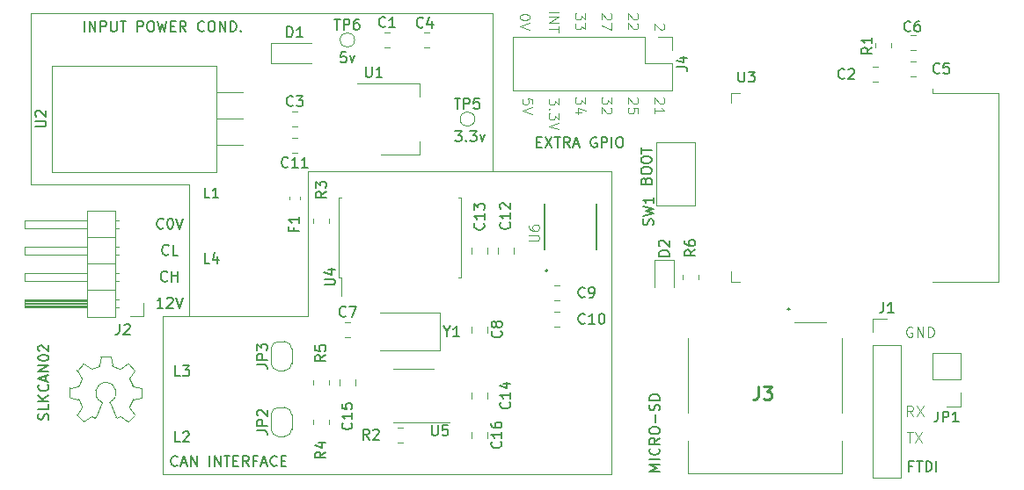
<source format=gbr>
%TF.GenerationSoftware,KiCad,Pcbnew,(5.1.9)-1*%
%TF.CreationDate,2021-06-15T18:17:50-05:00*%
%TF.ProjectId,SLKCAN,534c4b43-414e-42e6-9b69-6361645f7063,rev?*%
%TF.SameCoordinates,Original*%
%TF.FileFunction,Legend,Top*%
%TF.FilePolarity,Positive*%
%FSLAX46Y46*%
G04 Gerber Fmt 4.6, Leading zero omitted, Abs format (unit mm)*
G04 Created by KiCad (PCBNEW (5.1.9)-1) date 2021-06-15 18:17:50*
%MOMM*%
%LPD*%
G01*
G04 APERTURE LIST*
%ADD10C,0.090000*%
%ADD11C,0.100000*%
%ADD12C,0.150000*%
%ADD13C,0.120000*%
%ADD14C,0.127000*%
%ADD15C,0.200000*%
%ADD16C,0.015000*%
%ADD17C,0.254000*%
G04 APERTURE END LIST*
D10*
X107138436Y-102912329D02*
X107990561Y-102912329D01*
X108034746Y-102948804D02*
X108196042Y-103784854D01*
X108223007Y-103817904D02*
G75*
G02*
X108196042Y-103784854I17220J41575D01*
G01*
X107094251Y-102948805D02*
G75*
G02*
X107138436Y-102912329I44185J-8524D01*
G01*
X107990560Y-102912329D02*
G75*
G02*
X108034746Y-102948804I1J-45000D01*
G01*
X106526367Y-108820942D02*
X106205698Y-108688117D01*
X106585249Y-108796377D02*
G75*
G02*
X106526367Y-108820942I-41661J17010D01*
G01*
X107175617Y-107350476D02*
X106585249Y-108796378D01*
X105270123Y-104996809D02*
G75*
G02*
X105274427Y-105039245I-37270J-25216D01*
G01*
X104951307Y-107029589D02*
X104115257Y-106868293D01*
X104078782Y-106824108D02*
X104078782Y-105971983D01*
X104115258Y-106868293D02*
G75*
G02*
X104078782Y-106824108I8524J44185D01*
G01*
X105274427Y-107756846D02*
X104984357Y-107056554D01*
X106163261Y-108692419D02*
G75*
G02*
X106205698Y-108688117I25216J-37272D01*
G01*
X105458032Y-109169542D02*
G75*
G02*
X105400996Y-109164091I-25216J37271D01*
G01*
X104793001Y-108504512D02*
X105270124Y-107799282D01*
X104984357Y-105739537D02*
X105274427Y-105039245D01*
X105274428Y-107756845D02*
G75*
G02*
X105270124Y-107799282I-41575J-17221D01*
G01*
X107152771Y-107292588D02*
G75*
G02*
X107976226Y-107292588I411727J894542D01*
G01*
X106163261Y-108692420D02*
X105458032Y-109169543D01*
X104798453Y-104234543D02*
X105400996Y-103632000D01*
X104984357Y-105739537D02*
G75*
G02*
X104951307Y-105766502I-41575J17220D01*
G01*
X105400996Y-109164091D02*
X104798453Y-108561548D01*
X106205698Y-104107975D02*
X106905990Y-103817904D01*
X107152770Y-107292587D02*
G75*
G02*
X107175617Y-107350476I-18815J-40879D01*
G01*
X104078782Y-105971984D02*
G75*
G02*
X104115257Y-105927798I45000J1D01*
G01*
X106932955Y-103784854D02*
X107094250Y-102948804D01*
X106932954Y-103784853D02*
G75*
G02*
X106905990Y-103817904I-44185J8524D01*
G01*
X106205698Y-104107975D02*
G75*
G02*
X106163261Y-104103671I-17221J41575D01*
G01*
X105458032Y-103626548D02*
X106163261Y-104103671D01*
X105400995Y-103632000D02*
G75*
G02*
X105458032Y-103626548I31821J-31820D01*
G01*
X105270124Y-104996809D02*
X104793001Y-104291579D01*
X104793000Y-104291578D02*
G75*
G02*
X104798453Y-104234543I37272J25215D01*
G01*
X104115257Y-105927798D02*
X104951307Y-105766502D01*
X104798452Y-108561548D02*
G75*
G02*
X104793001Y-108504512I31820J31820D01*
G01*
X104951307Y-107029589D02*
G75*
G02*
X104984357Y-107056554I-8525J-44185D01*
G01*
X109728001Y-109164091D02*
G75*
G02*
X109670964Y-109169543I-31821J31820D01*
G01*
X109858873Y-107799283D02*
G75*
G02*
X109854569Y-107756846I37271J25217D01*
G01*
X108223006Y-103817904D02*
X108923298Y-104107975D01*
X108965735Y-104103671D02*
X109670964Y-103626548D01*
X111013739Y-106868293D02*
X110177690Y-107029589D01*
X110335995Y-108504512D02*
G75*
G02*
X110330544Y-108561548I-37271J-25216D01*
G01*
X111013739Y-105927798D02*
G75*
G02*
X111050215Y-105971983I-8524J-44185D01*
G01*
X110335995Y-104291579D02*
X109858872Y-104996809D01*
X107953380Y-107350477D02*
G75*
G02*
X107976226Y-107292588I41661J17011D01*
G01*
X108602630Y-108820941D02*
G75*
G02*
X108543748Y-108796378I-17221J41574D01*
G01*
X108923298Y-108688117D02*
X108602629Y-108820942D01*
X109854569Y-105039245D02*
X110144640Y-105739537D01*
X110177689Y-105766501D02*
G75*
G02*
X110144640Y-105739537I8525J44184D01*
G01*
X109670964Y-109169543D02*
X108965735Y-108692420D01*
X110144640Y-107056554D02*
X109854569Y-107756846D01*
X108923298Y-108688116D02*
G75*
G02*
X108965735Y-108692420I17221J-41575D01*
G01*
X110330544Y-108561548D02*
X109728000Y-109164091D01*
X110144640Y-107056553D02*
G75*
G02*
X110177690Y-107029589I41574J-17221D01*
G01*
X110330544Y-104234543D02*
G75*
G02*
X110335995Y-104291579I-31820J-31820D01*
G01*
X109670964Y-103626549D02*
G75*
G02*
X109728000Y-103632000I25216J-37271D01*
G01*
X108965735Y-104103671D02*
G75*
G02*
X108923298Y-104107975I-25216J37271D01*
G01*
X109858872Y-107799282D02*
X110335995Y-108504512D01*
X111050215Y-105971983D02*
X111050215Y-106824108D01*
X110177690Y-105766502D02*
X111013739Y-105927798D01*
X111050215Y-106824108D02*
G75*
G02*
X111013739Y-106868293I-45000J0D01*
G01*
X109854569Y-105039246D02*
G75*
G02*
X109858872Y-104996809I41575J17221D01*
G01*
X108543748Y-108796378D02*
X107953380Y-107350476D01*
X109728000Y-103632000D02*
X110330544Y-104234543D01*
D11*
X184658095Y-110196380D02*
X185229523Y-110196380D01*
X184943809Y-111196380D02*
X184943809Y-110196380D01*
X185467619Y-110196380D02*
X186134285Y-111196380D01*
X186134285Y-110196380D02*
X185467619Y-111196380D01*
X185253333Y-108656380D02*
X184920000Y-108180190D01*
X184681904Y-108656380D02*
X184681904Y-107656380D01*
X185062857Y-107656380D01*
X185158095Y-107704000D01*
X185205714Y-107751619D01*
X185253333Y-107846857D01*
X185253333Y-107989714D01*
X185205714Y-108084952D01*
X185158095Y-108132571D01*
X185062857Y-108180190D01*
X184681904Y-108180190D01*
X185586666Y-107656380D02*
X186253333Y-108656380D01*
X186253333Y-107656380D02*
X185586666Y-108656380D01*
X185166095Y-100084000D02*
X185070857Y-100036380D01*
X184928000Y-100036380D01*
X184785142Y-100084000D01*
X184689904Y-100179238D01*
X184642285Y-100274476D01*
X184594666Y-100464952D01*
X184594666Y-100607809D01*
X184642285Y-100798285D01*
X184689904Y-100893523D01*
X184785142Y-100988761D01*
X184928000Y-101036380D01*
X185023238Y-101036380D01*
X185166095Y-100988761D01*
X185213714Y-100941142D01*
X185213714Y-100607809D01*
X185023238Y-100607809D01*
X185642285Y-101036380D02*
X185642285Y-100036380D01*
X186213714Y-101036380D01*
X186213714Y-100036380D01*
X186689904Y-101036380D02*
X186689904Y-100036380D01*
X186928000Y-100036380D01*
X187070857Y-100084000D01*
X187166095Y-100179238D01*
X187213714Y-100274476D01*
X187261333Y-100464952D01*
X187261333Y-100607809D01*
X187213714Y-100798285D01*
X187166095Y-100893523D01*
X187070857Y-100988761D01*
X186928000Y-101036380D01*
X186689904Y-101036380D01*
X153709619Y-77930476D02*
X153709619Y-78549523D01*
X153328666Y-78216190D01*
X153328666Y-78359047D01*
X153281047Y-78454285D01*
X153233428Y-78501904D01*
X153138190Y-78549523D01*
X152900095Y-78549523D01*
X152804857Y-78501904D01*
X152757238Y-78454285D01*
X152709619Y-78359047D01*
X152709619Y-78073333D01*
X152757238Y-77978095D01*
X152804857Y-77930476D01*
X153376285Y-79406666D02*
X152709619Y-79406666D01*
X153757238Y-79168571D02*
X153042952Y-78930476D01*
X153042952Y-79549523D01*
X153709619Y-69802476D02*
X153709619Y-70421523D01*
X153328666Y-70088190D01*
X153328666Y-70231047D01*
X153281047Y-70326285D01*
X153233428Y-70373904D01*
X153138190Y-70421523D01*
X152900095Y-70421523D01*
X152804857Y-70373904D01*
X152757238Y-70326285D01*
X152709619Y-70231047D01*
X152709619Y-69945333D01*
X152757238Y-69850095D01*
X152804857Y-69802476D01*
X153709619Y-70754857D02*
X153709619Y-71373904D01*
X153328666Y-71040571D01*
X153328666Y-71183428D01*
X153281047Y-71278666D01*
X153233428Y-71326285D01*
X153138190Y-71373904D01*
X152900095Y-71373904D01*
X152804857Y-71326285D01*
X152757238Y-71278666D01*
X152709619Y-71183428D01*
X152709619Y-70897714D01*
X152757238Y-70802476D01*
X152804857Y-70754857D01*
X156154380Y-69850095D02*
X156202000Y-69897714D01*
X156249619Y-69992952D01*
X156249619Y-70231047D01*
X156202000Y-70326285D01*
X156154380Y-70373904D01*
X156059142Y-70421523D01*
X155963904Y-70421523D01*
X155821047Y-70373904D01*
X155249619Y-69802476D01*
X155249619Y-70421523D01*
X156249619Y-70754857D02*
X156249619Y-71421523D01*
X155249619Y-70992952D01*
X161234380Y-70834285D02*
X161282000Y-70881904D01*
X161329619Y-70977142D01*
X161329619Y-71215238D01*
X161282000Y-71310476D01*
X161234380Y-71358095D01*
X161139142Y-71405714D01*
X161043904Y-71405714D01*
X160901047Y-71358095D01*
X160329619Y-70786666D01*
X160329619Y-71405714D01*
X158694380Y-69850095D02*
X158742000Y-69897714D01*
X158789619Y-69992952D01*
X158789619Y-70231047D01*
X158742000Y-70326285D01*
X158694380Y-70373904D01*
X158599142Y-70421523D01*
X158503904Y-70421523D01*
X158361047Y-70373904D01*
X157789619Y-69802476D01*
X157789619Y-70421523D01*
X158694380Y-70802476D02*
X158742000Y-70850095D01*
X158789619Y-70945333D01*
X158789619Y-71183428D01*
X158742000Y-71278666D01*
X158694380Y-71326285D01*
X158599142Y-71373904D01*
X158503904Y-71373904D01*
X158361047Y-71326285D01*
X157789619Y-70754857D01*
X157789619Y-71373904D01*
X158694380Y-77978095D02*
X158742000Y-78025714D01*
X158789619Y-78120952D01*
X158789619Y-78359047D01*
X158742000Y-78454285D01*
X158694380Y-78501904D01*
X158599142Y-78549523D01*
X158503904Y-78549523D01*
X158361047Y-78501904D01*
X157789619Y-77930476D01*
X157789619Y-78549523D01*
X158789619Y-79454285D02*
X158789619Y-78978095D01*
X158313428Y-78930476D01*
X158361047Y-78978095D01*
X158408666Y-79073333D01*
X158408666Y-79311428D01*
X158361047Y-79406666D01*
X158313428Y-79454285D01*
X158218190Y-79501904D01*
X157980095Y-79501904D01*
X157884857Y-79454285D01*
X157837238Y-79406666D01*
X157789619Y-79311428D01*
X157789619Y-79073333D01*
X157837238Y-78978095D01*
X157884857Y-78930476D01*
X156249619Y-77930476D02*
X156249619Y-78549523D01*
X155868666Y-78216190D01*
X155868666Y-78359047D01*
X155821047Y-78454285D01*
X155773428Y-78501904D01*
X155678190Y-78549523D01*
X155440095Y-78549523D01*
X155344857Y-78501904D01*
X155297238Y-78454285D01*
X155249619Y-78359047D01*
X155249619Y-78073333D01*
X155297238Y-77978095D01*
X155344857Y-77930476D01*
X156154380Y-78930476D02*
X156202000Y-78978095D01*
X156249619Y-79073333D01*
X156249619Y-79311428D01*
X156202000Y-79406666D01*
X156154380Y-79454285D01*
X156059142Y-79501904D01*
X155963904Y-79501904D01*
X155821047Y-79454285D01*
X155249619Y-78882857D01*
X155249619Y-79501904D01*
X161234380Y-77978095D02*
X161282000Y-78025714D01*
X161329619Y-78120952D01*
X161329619Y-78359047D01*
X161282000Y-78454285D01*
X161234380Y-78501904D01*
X161139142Y-78549523D01*
X161043904Y-78549523D01*
X160901047Y-78501904D01*
X160329619Y-77930476D01*
X160329619Y-78549523D01*
X160329619Y-79501904D02*
X160329619Y-78930476D01*
X160329619Y-79216190D02*
X161329619Y-79216190D01*
X161186761Y-79120952D01*
X161091523Y-79025714D01*
X161043904Y-78930476D01*
X150169619Y-69707238D02*
X151169619Y-69707238D01*
X150169619Y-70183428D02*
X151169619Y-70183428D01*
X150169619Y-70754857D01*
X151169619Y-70754857D01*
X151169619Y-71088190D02*
X151169619Y-71659619D01*
X150169619Y-71373904D02*
X151169619Y-71373904D01*
X148375619Y-70135809D02*
X148375619Y-70231047D01*
X148328000Y-70326285D01*
X148280380Y-70373904D01*
X148185142Y-70421523D01*
X147994666Y-70469142D01*
X147756571Y-70469142D01*
X147566095Y-70421523D01*
X147470857Y-70373904D01*
X147423238Y-70326285D01*
X147375619Y-70231047D01*
X147375619Y-70135809D01*
X147423238Y-70040571D01*
X147470857Y-69992952D01*
X147566095Y-69945333D01*
X147756571Y-69897714D01*
X147994666Y-69897714D01*
X148185142Y-69945333D01*
X148280380Y-69992952D01*
X148328000Y-70040571D01*
X148375619Y-70135809D01*
X148375619Y-70754857D02*
X147375619Y-71088190D01*
X148375619Y-71421523D01*
X151169619Y-78025809D02*
X151169619Y-78644857D01*
X150788666Y-78311523D01*
X150788666Y-78454380D01*
X150741047Y-78549619D01*
X150693428Y-78597238D01*
X150598190Y-78644857D01*
X150360095Y-78644857D01*
X150264857Y-78597238D01*
X150217238Y-78549619D01*
X150169619Y-78454380D01*
X150169619Y-78168666D01*
X150217238Y-78073428D01*
X150264857Y-78025809D01*
X150264857Y-79073428D02*
X150217238Y-79121047D01*
X150169619Y-79073428D01*
X150217238Y-79025809D01*
X150264857Y-79073428D01*
X150169619Y-79073428D01*
X151169619Y-79454380D02*
X151169619Y-80073428D01*
X150788666Y-79740095D01*
X150788666Y-79882952D01*
X150741047Y-79978190D01*
X150693428Y-80025809D01*
X150598190Y-80073428D01*
X150360095Y-80073428D01*
X150264857Y-80025809D01*
X150217238Y-79978190D01*
X150169619Y-79882952D01*
X150169619Y-79597238D01*
X150217238Y-79502000D01*
X150264857Y-79454380D01*
X151169619Y-80359142D02*
X150169619Y-80692476D01*
X151169619Y-81025809D01*
X148629619Y-78549523D02*
X148629619Y-78073333D01*
X148153428Y-78025714D01*
X148201047Y-78073333D01*
X148248666Y-78168571D01*
X148248666Y-78406666D01*
X148201047Y-78501904D01*
X148153428Y-78549523D01*
X148058190Y-78597142D01*
X147820095Y-78597142D01*
X147724857Y-78549523D01*
X147677238Y-78501904D01*
X147629619Y-78406666D01*
X147629619Y-78168571D01*
X147677238Y-78073333D01*
X147724857Y-78025714D01*
X148629619Y-78882857D02*
X147629619Y-79216190D01*
X148629619Y-79549523D01*
D12*
X102004761Y-109005238D02*
X102052380Y-108862380D01*
X102052380Y-108624285D01*
X102004761Y-108529047D01*
X101957142Y-108481428D01*
X101861904Y-108433809D01*
X101766666Y-108433809D01*
X101671428Y-108481428D01*
X101623809Y-108529047D01*
X101576190Y-108624285D01*
X101528571Y-108814761D01*
X101480952Y-108910000D01*
X101433333Y-108957619D01*
X101338095Y-109005238D01*
X101242857Y-109005238D01*
X101147619Y-108957619D01*
X101100000Y-108910000D01*
X101052380Y-108814761D01*
X101052380Y-108576666D01*
X101100000Y-108433809D01*
X102052380Y-107529047D02*
X102052380Y-108005238D01*
X101052380Y-108005238D01*
X102052380Y-107195714D02*
X101052380Y-107195714D01*
X102052380Y-106624285D02*
X101480952Y-107052857D01*
X101052380Y-106624285D02*
X101623809Y-107195714D01*
X101957142Y-105624285D02*
X102004761Y-105671904D01*
X102052380Y-105814761D01*
X102052380Y-105910000D01*
X102004761Y-106052857D01*
X101909523Y-106148095D01*
X101814285Y-106195714D01*
X101623809Y-106243333D01*
X101480952Y-106243333D01*
X101290476Y-106195714D01*
X101195238Y-106148095D01*
X101100000Y-106052857D01*
X101052380Y-105910000D01*
X101052380Y-105814761D01*
X101100000Y-105671904D01*
X101147619Y-105624285D01*
X101766666Y-105243333D02*
X101766666Y-104767142D01*
X102052380Y-105338571D02*
X101052380Y-105005238D01*
X102052380Y-104671904D01*
X102052380Y-104338571D02*
X101052380Y-104338571D01*
X102052380Y-103767142D01*
X101052380Y-103767142D01*
X101052380Y-103100476D02*
X101052380Y-103005238D01*
X101100000Y-102910000D01*
X101147619Y-102862380D01*
X101242857Y-102814761D01*
X101433333Y-102767142D01*
X101671428Y-102767142D01*
X101861904Y-102814761D01*
X101957142Y-102862380D01*
X102004761Y-102910000D01*
X102052380Y-103005238D01*
X102052380Y-103100476D01*
X102004761Y-103195714D01*
X101957142Y-103243333D01*
X101861904Y-103290952D01*
X101671428Y-103338571D01*
X101433333Y-103338571D01*
X101242857Y-103290952D01*
X101147619Y-103243333D01*
X101100000Y-103195714D01*
X101052380Y-103100476D01*
X101147619Y-102386190D02*
X101100000Y-102338571D01*
X101052380Y-102243333D01*
X101052380Y-102005238D01*
X101100000Y-101910000D01*
X101147619Y-101862380D01*
X101242857Y-101814761D01*
X101338095Y-101814761D01*
X101480952Y-101862380D01*
X102052380Y-102433809D01*
X102052380Y-101814761D01*
X105506190Y-71572380D02*
X105506190Y-70572380D01*
X105982380Y-71572380D02*
X105982380Y-70572380D01*
X106553809Y-71572380D01*
X106553809Y-70572380D01*
X107030000Y-71572380D02*
X107030000Y-70572380D01*
X107410952Y-70572380D01*
X107506190Y-70620000D01*
X107553809Y-70667619D01*
X107601428Y-70762857D01*
X107601428Y-70905714D01*
X107553809Y-71000952D01*
X107506190Y-71048571D01*
X107410952Y-71096190D01*
X107030000Y-71096190D01*
X108030000Y-70572380D02*
X108030000Y-71381904D01*
X108077619Y-71477142D01*
X108125238Y-71524761D01*
X108220476Y-71572380D01*
X108410952Y-71572380D01*
X108506190Y-71524761D01*
X108553809Y-71477142D01*
X108601428Y-71381904D01*
X108601428Y-70572380D01*
X108934761Y-70572380D02*
X109506190Y-70572380D01*
X109220476Y-71572380D02*
X109220476Y-70572380D01*
X110601428Y-71572380D02*
X110601428Y-70572380D01*
X110982380Y-70572380D01*
X111077619Y-70620000D01*
X111125238Y-70667619D01*
X111172857Y-70762857D01*
X111172857Y-70905714D01*
X111125238Y-71000952D01*
X111077619Y-71048571D01*
X110982380Y-71096190D01*
X110601428Y-71096190D01*
X111791904Y-70572380D02*
X111982380Y-70572380D01*
X112077619Y-70620000D01*
X112172857Y-70715238D01*
X112220476Y-70905714D01*
X112220476Y-71239047D01*
X112172857Y-71429523D01*
X112077619Y-71524761D01*
X111982380Y-71572380D01*
X111791904Y-71572380D01*
X111696666Y-71524761D01*
X111601428Y-71429523D01*
X111553809Y-71239047D01*
X111553809Y-70905714D01*
X111601428Y-70715238D01*
X111696666Y-70620000D01*
X111791904Y-70572380D01*
X112553809Y-70572380D02*
X112791904Y-71572380D01*
X112982380Y-70858095D01*
X113172857Y-71572380D01*
X113410952Y-70572380D01*
X113791904Y-71048571D02*
X114125238Y-71048571D01*
X114268095Y-71572380D02*
X113791904Y-71572380D01*
X113791904Y-70572380D01*
X114268095Y-70572380D01*
X115268095Y-71572380D02*
X114934761Y-71096190D01*
X114696666Y-71572380D02*
X114696666Y-70572380D01*
X115077619Y-70572380D01*
X115172857Y-70620000D01*
X115220476Y-70667619D01*
X115268095Y-70762857D01*
X115268095Y-70905714D01*
X115220476Y-71000952D01*
X115172857Y-71048571D01*
X115077619Y-71096190D01*
X114696666Y-71096190D01*
X117030000Y-71477142D02*
X116982380Y-71524761D01*
X116839523Y-71572380D01*
X116744285Y-71572380D01*
X116601428Y-71524761D01*
X116506190Y-71429523D01*
X116458571Y-71334285D01*
X116410952Y-71143809D01*
X116410952Y-71000952D01*
X116458571Y-70810476D01*
X116506190Y-70715238D01*
X116601428Y-70620000D01*
X116744285Y-70572380D01*
X116839523Y-70572380D01*
X116982380Y-70620000D01*
X117030000Y-70667619D01*
X117649047Y-70572380D02*
X117839523Y-70572380D01*
X117934761Y-70620000D01*
X118030000Y-70715238D01*
X118077619Y-70905714D01*
X118077619Y-71239047D01*
X118030000Y-71429523D01*
X117934761Y-71524761D01*
X117839523Y-71572380D01*
X117649047Y-71572380D01*
X117553809Y-71524761D01*
X117458571Y-71429523D01*
X117410952Y-71239047D01*
X117410952Y-70905714D01*
X117458571Y-70715238D01*
X117553809Y-70620000D01*
X117649047Y-70572380D01*
X118506190Y-71572380D02*
X118506190Y-70572380D01*
X119077619Y-71572380D01*
X119077619Y-70572380D01*
X119553809Y-71572380D02*
X119553809Y-70572380D01*
X119791904Y-70572380D01*
X119934761Y-70620000D01*
X120030000Y-70715238D01*
X120077619Y-70810476D01*
X120125238Y-71000952D01*
X120125238Y-71143809D01*
X120077619Y-71334285D01*
X120030000Y-71429523D01*
X119934761Y-71524761D01*
X119791904Y-71572380D01*
X119553809Y-71572380D01*
X120553809Y-71477142D02*
X120601428Y-71524761D01*
X120553809Y-71572380D01*
X120506190Y-71524761D01*
X120553809Y-71477142D01*
X120553809Y-71572380D01*
D13*
X115570000Y-88900000D02*
X115570000Y-99060000D01*
X115570000Y-86360000D02*
X115570000Y-88900000D01*
X113030000Y-86360000D02*
X115570000Y-86360000D01*
X100330000Y-86360000D02*
X113030000Y-86360000D01*
X144780000Y-69850000D02*
X144780000Y-85090000D01*
X100330000Y-69850000D02*
X144780000Y-69850000D01*
X100330000Y-86360000D02*
X100330000Y-69850000D01*
D12*
X160868749Y-113965376D02*
X159868749Y-113965376D01*
X160583035Y-113632042D01*
X159868749Y-113298709D01*
X160868749Y-113298709D01*
X160868749Y-112822519D02*
X159868749Y-112822519D01*
X160773511Y-111774900D02*
X160821130Y-111822519D01*
X160868749Y-111965376D01*
X160868749Y-112060614D01*
X160821130Y-112203471D01*
X160725892Y-112298709D01*
X160630654Y-112346328D01*
X160440178Y-112393947D01*
X160297321Y-112393947D01*
X160106845Y-112346328D01*
X160011607Y-112298709D01*
X159916369Y-112203471D01*
X159868749Y-112060614D01*
X159868749Y-111965376D01*
X159916369Y-111822519D01*
X159963988Y-111774900D01*
X160868749Y-110774900D02*
X160392559Y-111108233D01*
X160868749Y-111346328D02*
X159868749Y-111346328D01*
X159868749Y-110965376D01*
X159916369Y-110870138D01*
X159963988Y-110822519D01*
X160059226Y-110774900D01*
X160202083Y-110774900D01*
X160297321Y-110822519D01*
X160344940Y-110870138D01*
X160392559Y-110965376D01*
X160392559Y-111346328D01*
X159868749Y-110155852D02*
X159868749Y-109965376D01*
X159916369Y-109870138D01*
X160011607Y-109774900D01*
X160202083Y-109727280D01*
X160535416Y-109727280D01*
X160725892Y-109774900D01*
X160821130Y-109870138D01*
X160868749Y-109965376D01*
X160868749Y-110155852D01*
X160821130Y-110251090D01*
X160725892Y-110346328D01*
X160535416Y-110393947D01*
X160202083Y-110393947D01*
X160011607Y-110346328D01*
X159916369Y-110251090D01*
X159868749Y-110155852D01*
X160487797Y-109298709D02*
X160487797Y-108536804D01*
X160821130Y-108108233D02*
X160868749Y-107965376D01*
X160868749Y-107727280D01*
X160821130Y-107632042D01*
X160773511Y-107584423D01*
X160678273Y-107536804D01*
X160583035Y-107536804D01*
X160487797Y-107584423D01*
X160440178Y-107632042D01*
X160392559Y-107727280D01*
X160344940Y-107917757D01*
X160297321Y-108012995D01*
X160249702Y-108060614D01*
X160154464Y-108108233D01*
X160059226Y-108108233D01*
X159963988Y-108060614D01*
X159916369Y-108012995D01*
X159868749Y-107917757D01*
X159868749Y-107679661D01*
X159916369Y-107536804D01*
X160868749Y-107108233D02*
X159868749Y-107108233D01*
X159868749Y-106870138D01*
X159916369Y-106727280D01*
X160011607Y-106632042D01*
X160106845Y-106584423D01*
X160297321Y-106536804D01*
X160440178Y-106536804D01*
X160630654Y-106584423D01*
X160725892Y-106632042D01*
X160821130Y-106727280D01*
X160868749Y-106870138D01*
X160868749Y-107108233D01*
X114451428Y-113387142D02*
X114403809Y-113434761D01*
X114260952Y-113482380D01*
X114165714Y-113482380D01*
X114022857Y-113434761D01*
X113927619Y-113339523D01*
X113880000Y-113244285D01*
X113832380Y-113053809D01*
X113832380Y-112910952D01*
X113880000Y-112720476D01*
X113927619Y-112625238D01*
X114022857Y-112530000D01*
X114165714Y-112482380D01*
X114260952Y-112482380D01*
X114403809Y-112530000D01*
X114451428Y-112577619D01*
X114832380Y-113196666D02*
X115308571Y-113196666D01*
X114737142Y-113482380D02*
X115070476Y-112482380D01*
X115403809Y-113482380D01*
X115737142Y-113482380D02*
X115737142Y-112482380D01*
X116308571Y-113482380D01*
X116308571Y-112482380D01*
X117546666Y-113482380D02*
X117546666Y-112482380D01*
X118022857Y-113482380D02*
X118022857Y-112482380D01*
X118594285Y-113482380D01*
X118594285Y-112482380D01*
X118927619Y-112482380D02*
X119499047Y-112482380D01*
X119213333Y-113482380D02*
X119213333Y-112482380D01*
X119832380Y-112958571D02*
X120165714Y-112958571D01*
X120308571Y-113482380D02*
X119832380Y-113482380D01*
X119832380Y-112482380D01*
X120308571Y-112482380D01*
X121308571Y-113482380D02*
X120975238Y-113006190D01*
X120737142Y-113482380D02*
X120737142Y-112482380D01*
X121118095Y-112482380D01*
X121213333Y-112530000D01*
X121260952Y-112577619D01*
X121308571Y-112672857D01*
X121308571Y-112815714D01*
X121260952Y-112910952D01*
X121213333Y-112958571D01*
X121118095Y-113006190D01*
X120737142Y-113006190D01*
X122070476Y-112958571D02*
X121737142Y-112958571D01*
X121737142Y-113482380D02*
X121737142Y-112482380D01*
X122213333Y-112482380D01*
X122546666Y-113196666D02*
X123022857Y-113196666D01*
X122451428Y-113482380D02*
X122784761Y-112482380D01*
X123118095Y-113482380D01*
X124022857Y-113387142D02*
X123975238Y-113434761D01*
X123832380Y-113482380D01*
X123737142Y-113482380D01*
X123594285Y-113434761D01*
X123499047Y-113339523D01*
X123451428Y-113244285D01*
X123403809Y-113053809D01*
X123403809Y-112910952D01*
X123451428Y-112720476D01*
X123499047Y-112625238D01*
X123594285Y-112530000D01*
X123737142Y-112482380D01*
X123832380Y-112482380D01*
X123975238Y-112530000D01*
X124022857Y-112577619D01*
X124451428Y-112958571D02*
X124784761Y-112958571D01*
X124927619Y-113482380D02*
X124451428Y-113482380D01*
X124451428Y-112482380D01*
X124927619Y-112482380D01*
D13*
X156210000Y-114300000D02*
X113030000Y-114300000D01*
X156210000Y-85090000D02*
X156210000Y-114300000D01*
X127000000Y-85090000D02*
X156210000Y-85090000D01*
X127000000Y-99060000D02*
X127000000Y-85090000D01*
X113030000Y-99060000D02*
X127000000Y-99060000D01*
X113030000Y-114300000D02*
X113030000Y-99060000D01*
D12*
X159553420Y-85947776D02*
X159601039Y-85804919D01*
X159648658Y-85757300D01*
X159743896Y-85709681D01*
X159886753Y-85709681D01*
X159981991Y-85757300D01*
X160029610Y-85804919D01*
X160077229Y-85900157D01*
X160077229Y-86281110D01*
X159077229Y-86281110D01*
X159077229Y-85947776D01*
X159124849Y-85852538D01*
X159172468Y-85804919D01*
X159267706Y-85757300D01*
X159362944Y-85757300D01*
X159458182Y-85804919D01*
X159505801Y-85852538D01*
X159553420Y-85947776D01*
X159553420Y-86281110D01*
X159077229Y-85090634D02*
X159077229Y-84900157D01*
X159124849Y-84804919D01*
X159220087Y-84709681D01*
X159410563Y-84662062D01*
X159743896Y-84662062D01*
X159934372Y-84709681D01*
X160029610Y-84804919D01*
X160077229Y-84900157D01*
X160077229Y-85090634D01*
X160029610Y-85185872D01*
X159934372Y-85281110D01*
X159743896Y-85328729D01*
X159410563Y-85328729D01*
X159220087Y-85281110D01*
X159124849Y-85185872D01*
X159077229Y-85090634D01*
X159077229Y-84043014D02*
X159077229Y-83852538D01*
X159124849Y-83757300D01*
X159220087Y-83662062D01*
X159410563Y-83614443D01*
X159743896Y-83614443D01*
X159934372Y-83662062D01*
X160029610Y-83757300D01*
X160077229Y-83852538D01*
X160077229Y-84043014D01*
X160029610Y-84138253D01*
X159934372Y-84233491D01*
X159743896Y-84281110D01*
X159410563Y-84281110D01*
X159220087Y-84233491D01*
X159124849Y-84138253D01*
X159077229Y-84043014D01*
X159077229Y-83328729D02*
X159077229Y-82757300D01*
X160077229Y-83043014D02*
X159077229Y-83043014D01*
X149019142Y-82224571D02*
X149352476Y-82224571D01*
X149495333Y-82748380D02*
X149019142Y-82748380D01*
X149019142Y-81748380D01*
X149495333Y-81748380D01*
X149828666Y-81748380D02*
X150495333Y-82748380D01*
X150495333Y-81748380D02*
X149828666Y-82748380D01*
X150733428Y-81748380D02*
X151304857Y-81748380D01*
X151019142Y-82748380D02*
X151019142Y-81748380D01*
X152209619Y-82748380D02*
X151876285Y-82272190D01*
X151638190Y-82748380D02*
X151638190Y-81748380D01*
X152019142Y-81748380D01*
X152114380Y-81796000D01*
X152162000Y-81843619D01*
X152209619Y-81938857D01*
X152209619Y-82081714D01*
X152162000Y-82176952D01*
X152114380Y-82224571D01*
X152019142Y-82272190D01*
X151638190Y-82272190D01*
X152590571Y-82462666D02*
X153066761Y-82462666D01*
X152495333Y-82748380D02*
X152828666Y-81748380D01*
X153162000Y-82748380D01*
X154781047Y-81796000D02*
X154685809Y-81748380D01*
X154542952Y-81748380D01*
X154400095Y-81796000D01*
X154304857Y-81891238D01*
X154257238Y-81986476D01*
X154209619Y-82176952D01*
X154209619Y-82319809D01*
X154257238Y-82510285D01*
X154304857Y-82605523D01*
X154400095Y-82700761D01*
X154542952Y-82748380D01*
X154638190Y-82748380D01*
X154781047Y-82700761D01*
X154828666Y-82653142D01*
X154828666Y-82319809D01*
X154638190Y-82319809D01*
X155257238Y-82748380D02*
X155257238Y-81748380D01*
X155638190Y-81748380D01*
X155733428Y-81796000D01*
X155781047Y-81843619D01*
X155828666Y-81938857D01*
X155828666Y-82081714D01*
X155781047Y-82176952D01*
X155733428Y-82224571D01*
X155638190Y-82272190D01*
X155257238Y-82272190D01*
X156257238Y-82748380D02*
X156257238Y-81748380D01*
X156923904Y-81748380D02*
X157114380Y-81748380D01*
X157209619Y-81796000D01*
X157304857Y-81891238D01*
X157352476Y-82081714D01*
X157352476Y-82415047D01*
X157304857Y-82605523D01*
X157209619Y-82700761D01*
X157114380Y-82748380D01*
X156923904Y-82748380D01*
X156828666Y-82700761D01*
X156733428Y-82605523D01*
X156685809Y-82415047D01*
X156685809Y-82081714D01*
X156733428Y-81891238D01*
X156828666Y-81796000D01*
X156923904Y-81748380D01*
X141182402Y-81173435D02*
X141801450Y-81173435D01*
X141468116Y-81554388D01*
X141610974Y-81554388D01*
X141706212Y-81602007D01*
X141753831Y-81649626D01*
X141801450Y-81744864D01*
X141801450Y-81982959D01*
X141753831Y-82078197D01*
X141706212Y-82125816D01*
X141610974Y-82173435D01*
X141325259Y-82173435D01*
X141230021Y-82125816D01*
X141182402Y-82078197D01*
X142230021Y-82078197D02*
X142277640Y-82125816D01*
X142230021Y-82173435D01*
X142182402Y-82125816D01*
X142230021Y-82078197D01*
X142230021Y-82173435D01*
X142610974Y-81173435D02*
X143230021Y-81173435D01*
X142896688Y-81554388D01*
X143039545Y-81554388D01*
X143134783Y-81602007D01*
X143182402Y-81649626D01*
X143230021Y-81744864D01*
X143230021Y-81982959D01*
X143182402Y-82078197D01*
X143134783Y-82125816D01*
X143039545Y-82173435D01*
X142753831Y-82173435D01*
X142658593Y-82125816D01*
X142610974Y-82078197D01*
X143563354Y-81506769D02*
X143801450Y-82173435D01*
X144039545Y-81506769D01*
X130663605Y-73575687D02*
X130187415Y-73575687D01*
X130139796Y-74051878D01*
X130187415Y-74004259D01*
X130282653Y-73956640D01*
X130520748Y-73956640D01*
X130615986Y-74004259D01*
X130663605Y-74051878D01*
X130711224Y-74147116D01*
X130711224Y-74385211D01*
X130663605Y-74480449D01*
X130615986Y-74528068D01*
X130520748Y-74575687D01*
X130282653Y-74575687D01*
X130187415Y-74528068D01*
X130139796Y-74480449D01*
X131044558Y-73909021D02*
X131282653Y-74575687D01*
X131520748Y-73909021D01*
X113098544Y-90509395D02*
X113050925Y-90557014D01*
X112908068Y-90604633D01*
X112812830Y-90604633D01*
X112669973Y-90557014D01*
X112574735Y-90461776D01*
X112527116Y-90366538D01*
X112479497Y-90176062D01*
X112479497Y-90033205D01*
X112527116Y-89842729D01*
X112574735Y-89747491D01*
X112669973Y-89652253D01*
X112812830Y-89604633D01*
X112908068Y-89604633D01*
X113050925Y-89652253D01*
X113098544Y-89699872D01*
X113717592Y-89604633D02*
X113812830Y-89604633D01*
X113908068Y-89652253D01*
X113955687Y-89699872D01*
X114003306Y-89795110D01*
X114050925Y-89985586D01*
X114050925Y-90223681D01*
X114003306Y-90414157D01*
X113955687Y-90509395D01*
X113908068Y-90557014D01*
X113812830Y-90604633D01*
X113717592Y-90604633D01*
X113622354Y-90557014D01*
X113574735Y-90509395D01*
X113527116Y-90414157D01*
X113479497Y-90223681D01*
X113479497Y-89985586D01*
X113527116Y-89795110D01*
X113574735Y-89699872D01*
X113622354Y-89652253D01*
X113717592Y-89604633D01*
X114336640Y-89604633D02*
X114669973Y-90604633D01*
X115003306Y-89604633D01*
X113598544Y-93049395D02*
X113550925Y-93097014D01*
X113408068Y-93144633D01*
X113312830Y-93144633D01*
X113169973Y-93097014D01*
X113074735Y-93001776D01*
X113027116Y-92906538D01*
X112979497Y-92716062D01*
X112979497Y-92573205D01*
X113027116Y-92382729D01*
X113074735Y-92287491D01*
X113169973Y-92192253D01*
X113312830Y-92144633D01*
X113408068Y-92144633D01*
X113550925Y-92192253D01*
X113598544Y-92239872D01*
X114503306Y-93144633D02*
X114027116Y-93144633D01*
X114027116Y-92144633D01*
X113479497Y-95589395D02*
X113431878Y-95637014D01*
X113289021Y-95684633D01*
X113193783Y-95684633D01*
X113050925Y-95637014D01*
X112955687Y-95541776D01*
X112908068Y-95446538D01*
X112860449Y-95256062D01*
X112860449Y-95113205D01*
X112908068Y-94922729D01*
X112955687Y-94827491D01*
X113050925Y-94732253D01*
X113193783Y-94684633D01*
X113289021Y-94684633D01*
X113431878Y-94732253D01*
X113479497Y-94779872D01*
X113908068Y-95684633D02*
X113908068Y-94684633D01*
X113908068Y-95160824D02*
X114479497Y-95160824D01*
X114479497Y-95684633D02*
X114479497Y-94684633D01*
X113074735Y-98224633D02*
X112503306Y-98224633D01*
X112789021Y-98224633D02*
X112789021Y-97224633D01*
X112693783Y-97367491D01*
X112598544Y-97462729D01*
X112503306Y-97510348D01*
X113455687Y-97319872D02*
X113503306Y-97272253D01*
X113598544Y-97224633D01*
X113836640Y-97224633D01*
X113931878Y-97272253D01*
X113979497Y-97319872D01*
X114027116Y-97415110D01*
X114027116Y-97510348D01*
X113979497Y-97653205D01*
X113408068Y-98224633D01*
X114027116Y-98224633D01*
X114312830Y-97224633D02*
X114646163Y-98224633D01*
X114979497Y-97224633D01*
D14*
%TO.C,U6*%
X154744303Y-92609275D02*
X154744303Y-88209275D01*
X149744303Y-92609275D02*
X149744303Y-88209275D01*
D15*
X150084303Y-94649275D02*
G75*
G03*
X150084303Y-94649275I-100000J0D01*
G01*
D13*
%TO.C,U2*%
X118230000Y-85130000D02*
X118230000Y-74890000D01*
X102340000Y-85130000D02*
X102340000Y-74890000D01*
X102340000Y-85130000D02*
X118230000Y-85130000D01*
X102340000Y-74890000D02*
X118230000Y-74890000D01*
X118230000Y-82550000D02*
X120770000Y-82550000D01*
X118230000Y-80010000D02*
X120770000Y-80010000D01*
X118230000Y-77470000D02*
X120770000Y-77470000D01*
%TO.C,Y1*%
X139702821Y-98687227D02*
X133952821Y-98687227D01*
X139702821Y-102287227D02*
X139702821Y-98687227D01*
X133952821Y-102287227D02*
X139702821Y-102287227D01*
%TO.C,U5*%
X137160000Y-109240000D02*
X140610000Y-109240000D01*
X137160000Y-109240000D02*
X135210000Y-109240000D01*
X137160000Y-104120000D02*
X139110000Y-104120000D01*
X137160000Y-104120000D02*
X135210000Y-104120000D01*
%TO.C,U4*%
X130250000Y-95300000D02*
X130250000Y-97115000D01*
X130005000Y-95300000D02*
X130250000Y-95300000D01*
X130005000Y-91440000D02*
X130005000Y-95300000D01*
X130005000Y-87580000D02*
X130250000Y-87580000D01*
X130005000Y-91440000D02*
X130005000Y-87580000D01*
X141775000Y-95300000D02*
X141530000Y-95300000D01*
X141775000Y-91440000D02*
X141775000Y-95300000D01*
X141775000Y-87580000D02*
X141530000Y-87580000D01*
X141775000Y-91440000D02*
X141775000Y-87580000D01*
%TO.C,U3*%
X187089303Y-77479275D02*
X187089303Y-77099275D01*
X193509303Y-77479275D02*
X187089303Y-77479275D01*
X193509303Y-95719275D02*
X187089303Y-95719275D01*
X193509303Y-77479275D02*
X193509303Y-95719275D01*
X167764303Y-95719275D02*
X167764303Y-94719275D01*
X168544303Y-95719275D02*
X167764303Y-95719275D01*
X167764303Y-77479275D02*
X167764303Y-78479275D01*
X168544303Y-77479275D02*
X167764303Y-77479275D01*
%TO.C,U1*%
X131790000Y-76600000D02*
X137800000Y-76600000D01*
X134040000Y-83420000D02*
X137800000Y-83420000D01*
X137800000Y-76600000D02*
X137800000Y-77860000D01*
X137800000Y-83420000D02*
X137800000Y-82160000D01*
%TO.C,TP6*%
X131510000Y-72390000D02*
G75*
G03*
X131510000Y-72390000I-700000J0D01*
G01*
%TO.C,TP5*%
X143069300Y-80017252D02*
G75*
G03*
X143069300Y-80017252I-700000J0D01*
G01*
%TO.C,SW1*%
X164254303Y-88389275D02*
X160554303Y-88389275D01*
X164254303Y-82269275D02*
X164254303Y-88389275D01*
X160554303Y-82269275D02*
X164254303Y-82269275D01*
X160554303Y-88389275D02*
X160554303Y-82269275D01*
%TO.C,R6*%
X163095000Y-95022936D02*
X163095000Y-95477064D01*
X164565000Y-95022936D02*
X164565000Y-95477064D01*
%TO.C,R5*%
X127535000Y-105182936D02*
X127535000Y-105637064D01*
X129005000Y-105182936D02*
X129005000Y-105637064D01*
%TO.C,R4*%
X127535000Y-108992936D02*
X127535000Y-109447064D01*
X129005000Y-108992936D02*
X129005000Y-109447064D01*
%TO.C,R3*%
X127535000Y-89585436D02*
X127535000Y-90039564D01*
X129005000Y-89585436D02*
X129005000Y-90039564D01*
%TO.C,R2*%
X135662936Y-111225000D02*
X136117064Y-111225000D01*
X135662936Y-109755000D02*
X136117064Y-109755000D01*
%TO.C,R1*%
X181637000Y-72670936D02*
X181637000Y-73125064D01*
X183107000Y-72670936D02*
X183107000Y-73125064D01*
%TO.C,JP3*%
X123460000Y-103570000D02*
X123460000Y-102170000D01*
X124160000Y-101470000D02*
X124760000Y-101470000D01*
X125460000Y-102170000D02*
X125460000Y-103570000D01*
X124760000Y-104270000D02*
X124160000Y-104270000D01*
X124160000Y-104270000D02*
G75*
G02*
X123460000Y-103570000I0J700000D01*
G01*
X125460000Y-103570000D02*
G75*
G02*
X124760000Y-104270000I-700000J0D01*
G01*
X124760000Y-101470000D02*
G75*
G02*
X125460000Y-102170000I0J-700000D01*
G01*
X123460000Y-102170000D02*
G75*
G02*
X124160000Y-101470000I700000J0D01*
G01*
%TO.C,JP2*%
X123460000Y-109920000D02*
X123460000Y-108520000D01*
X124160000Y-107820000D02*
X124760000Y-107820000D01*
X125460000Y-108520000D02*
X125460000Y-109920000D01*
X124760000Y-110620000D02*
X124160000Y-110620000D01*
X124160000Y-110620000D02*
G75*
G02*
X123460000Y-109920000I0J700000D01*
G01*
X125460000Y-109920000D02*
G75*
G02*
X124760000Y-110620000I-700000J0D01*
G01*
X124760000Y-107820000D02*
G75*
G02*
X125460000Y-108520000I0J-700000D01*
G01*
X123460000Y-108520000D02*
G75*
G02*
X124160000Y-107820000I700000J0D01*
G01*
%TO.C,JP1*%
X189798000Y-107756000D02*
X188468000Y-107756000D01*
X189798000Y-106426000D02*
X189798000Y-107756000D01*
X189798000Y-105156000D02*
X187138000Y-105156000D01*
X187138000Y-105156000D02*
X187138000Y-102556000D01*
X189798000Y-105156000D02*
X189798000Y-102556000D01*
X189798000Y-102556000D02*
X187138000Y-102556000D01*
%TO.C,J4*%
X162074993Y-72076495D02*
X162074993Y-73406495D01*
X160744993Y-72076495D02*
X162074993Y-72076495D01*
X162074993Y-74676495D02*
X162074993Y-77276495D01*
X159474993Y-74676495D02*
X162074993Y-74676495D01*
X159474993Y-72076495D02*
X159474993Y-74676495D01*
X162074993Y-77276495D02*
X146714993Y-77276495D01*
X159474993Y-72076495D02*
X146714993Y-72076495D01*
X146714993Y-72076495D02*
X146714993Y-77276495D01*
D11*
%TO.C,J3*%
X163619689Y-101140283D02*
X163619689Y-108340283D01*
X163619689Y-111040283D02*
X163619689Y-114140283D01*
X163619689Y-114140283D02*
X178369689Y-114140283D01*
X178369689Y-114140283D02*
X178369689Y-111040283D01*
X178369689Y-108340283D02*
X178369689Y-101140283D01*
X176869689Y-99640283D02*
X173869689Y-99640283D01*
D15*
X173169689Y-98340283D02*
X173169689Y-98340283D01*
X173369689Y-98340283D02*
X173369689Y-98340283D01*
X173169689Y-98340283D02*
G75*
G02*
X173369689Y-98340283I100000J0D01*
G01*
X173369689Y-98340283D02*
G75*
G02*
X173169689Y-98340283I-100000J0D01*
G01*
D13*
%TO.C,J2*%
X111153783Y-99042253D02*
X109883783Y-99042253D01*
X111153783Y-97772253D02*
X111153783Y-99042253D01*
X108840854Y-89772253D02*
X108443783Y-89772253D01*
X108840854Y-90532253D02*
X108443783Y-90532253D01*
X99783783Y-89772253D02*
X105783783Y-89772253D01*
X99783783Y-90532253D02*
X99783783Y-89772253D01*
X105783783Y-90532253D02*
X99783783Y-90532253D01*
X108443783Y-91422253D02*
X105783783Y-91422253D01*
X108840854Y-92312253D02*
X108443783Y-92312253D01*
X108840854Y-93072253D02*
X108443783Y-93072253D01*
X99783783Y-92312253D02*
X105783783Y-92312253D01*
X99783783Y-93072253D02*
X99783783Y-92312253D01*
X105783783Y-93072253D02*
X99783783Y-93072253D01*
X108443783Y-93962253D02*
X105783783Y-93962253D01*
X108840854Y-94852253D02*
X108443783Y-94852253D01*
X108840854Y-95612253D02*
X108443783Y-95612253D01*
X99783783Y-94852253D02*
X105783783Y-94852253D01*
X99783783Y-95612253D02*
X99783783Y-94852253D01*
X105783783Y-95612253D02*
X99783783Y-95612253D01*
X108443783Y-96502253D02*
X105783783Y-96502253D01*
X108773783Y-97392253D02*
X108443783Y-97392253D01*
X108773783Y-98152253D02*
X108443783Y-98152253D01*
X105783783Y-97492253D02*
X99783783Y-97492253D01*
X105783783Y-97612253D02*
X99783783Y-97612253D01*
X105783783Y-97732253D02*
X99783783Y-97732253D01*
X105783783Y-97852253D02*
X99783783Y-97852253D01*
X105783783Y-97972253D02*
X99783783Y-97972253D01*
X105783783Y-98092253D02*
X99783783Y-98092253D01*
X99783783Y-97392253D02*
X105783783Y-97392253D01*
X99783783Y-98152253D02*
X99783783Y-97392253D01*
X105783783Y-98152253D02*
X99783783Y-98152253D01*
X105783783Y-99102253D02*
X108443783Y-99102253D01*
X105783783Y-88822253D02*
X105783783Y-99102253D01*
X108443783Y-88822253D02*
X105783783Y-88822253D01*
X108443783Y-99102253D02*
X108443783Y-88822253D01*
%TO.C,J1*%
X181394303Y-99239275D02*
X182724303Y-99239275D01*
X181394303Y-100569275D02*
X181394303Y-99239275D01*
X181394303Y-101839275D02*
X184054303Y-101839275D01*
X184054303Y-101839275D02*
X184054303Y-114599275D01*
X181394303Y-101839275D02*
X181394303Y-114599275D01*
X181394303Y-114599275D02*
X184054303Y-114599275D01*
%TO.C,F1*%
X125220000Y-87467221D02*
X125220000Y-87792779D01*
X126240000Y-87467221D02*
X126240000Y-87792779D01*
%TO.C,D2*%
X160330000Y-93565000D02*
X160330000Y-96250000D01*
X162250000Y-93565000D02*
X160330000Y-93565000D01*
X162250000Y-96250000D02*
X162250000Y-93565000D01*
%TO.C,D1*%
X123480000Y-72660000D02*
X127380000Y-72660000D01*
X123480000Y-74660000D02*
X127380000Y-74660000D01*
X123480000Y-72660000D02*
X123480000Y-74660000D01*
%TO.C,C16*%
X142775000Y-110228748D02*
X142775000Y-110751252D01*
X144245000Y-110228748D02*
X144245000Y-110751252D01*
%TO.C,C15*%
X131545000Y-105671252D02*
X131545000Y-105148748D01*
X130075000Y-105671252D02*
X130075000Y-105148748D01*
%TO.C,C14*%
X144245000Y-106941252D02*
X144245000Y-106418748D01*
X142775000Y-106941252D02*
X142775000Y-106418748D01*
%TO.C,C13*%
X144245000Y-92971252D02*
X144245000Y-92448748D01*
X142775000Y-92971252D02*
X142775000Y-92448748D01*
%TO.C,C12*%
X146785000Y-92971252D02*
X146785000Y-92448748D01*
X145315000Y-92971252D02*
X145315000Y-92448748D01*
%TO.C,C11*%
X125991252Y-81815000D02*
X125468748Y-81815000D01*
X125991252Y-83285000D02*
X125468748Y-83285000D01*
%TO.C,C10*%
X151235555Y-98564275D02*
X150713051Y-98564275D01*
X151235555Y-100034275D02*
X150713051Y-100034275D01*
%TO.C,C9*%
X151235555Y-96024275D02*
X150713051Y-96024275D01*
X151235555Y-97494275D02*
X150713051Y-97494275D01*
%TO.C,C8*%
X144245000Y-100591252D02*
X144245000Y-100068748D01*
X142775000Y-100591252D02*
X142775000Y-100068748D01*
%TO.C,C7*%
X131071252Y-99595000D02*
X130548748Y-99595000D01*
X131071252Y-101065000D02*
X130548748Y-101065000D01*
%TO.C,C6*%
X185525555Y-71894275D02*
X185003051Y-71894275D01*
X185525555Y-73364275D02*
X185003051Y-73364275D01*
%TO.C,C5*%
X185525555Y-74434275D02*
X185003051Y-74434275D01*
X185525555Y-75904275D02*
X185003051Y-75904275D01*
%TO.C,C4*%
X138691252Y-71655000D02*
X138168748Y-71655000D01*
X138691252Y-73125000D02*
X138168748Y-73125000D01*
%TO.C,C3*%
X125468748Y-80745000D02*
X125991252Y-80745000D01*
X125468748Y-79275000D02*
X125991252Y-79275000D01*
%TO.C,C2*%
X181871252Y-74957000D02*
X181348748Y-74957000D01*
X181871252Y-76427000D02*
X181348748Y-76427000D01*
%TO.C,C1*%
X134358748Y-73125000D02*
X134881252Y-73125000D01*
X134358748Y-71655000D02*
X134881252Y-71655000D01*
%TO.C,U6*%
D16*
X148261683Y-91766179D02*
X149071207Y-91766179D01*
X149166445Y-91718560D01*
X149214064Y-91670941D01*
X149261683Y-91575703D01*
X149261683Y-91385227D01*
X149214064Y-91289989D01*
X149166445Y-91242370D01*
X149071207Y-91194751D01*
X148261683Y-91194751D01*
X148261683Y-90289989D02*
X148261683Y-90480465D01*
X148309303Y-90575703D01*
X148356922Y-90623322D01*
X148499779Y-90718560D01*
X148690255Y-90766179D01*
X149071207Y-90766179D01*
X149166445Y-90718560D01*
X149214064Y-90670941D01*
X149261683Y-90575703D01*
X149261683Y-90385227D01*
X149214064Y-90289989D01*
X149166445Y-90242370D01*
X149071207Y-90194751D01*
X148833112Y-90194751D01*
X148737874Y-90242370D01*
X148690255Y-90289989D01*
X148642636Y-90385227D01*
X148642636Y-90575703D01*
X148690255Y-90670941D01*
X148737874Y-90718560D01*
X148833112Y-90766179D01*
%TO.C,U2*%
D12*
X100792380Y-80771904D02*
X101601904Y-80771904D01*
X101697142Y-80724285D01*
X101744761Y-80676666D01*
X101792380Y-80581428D01*
X101792380Y-80390952D01*
X101744761Y-80295714D01*
X101697142Y-80248095D01*
X101601904Y-80200476D01*
X100792380Y-80200476D01*
X100887619Y-79771904D02*
X100840000Y-79724285D01*
X100792380Y-79629047D01*
X100792380Y-79390952D01*
X100840000Y-79295714D01*
X100887619Y-79248095D01*
X100982857Y-79200476D01*
X101078095Y-79200476D01*
X101220952Y-79248095D01*
X101792380Y-79819523D01*
X101792380Y-79200476D01*
%TO.C,L4*%
X117551276Y-93917602D02*
X117075085Y-93917602D01*
X117075085Y-92917602D01*
X118313181Y-93250936D02*
X118313181Y-93917602D01*
X118075085Y-92869983D02*
X117836990Y-93584269D01*
X118456038Y-93584269D01*
%TO.C,L3*%
X114742841Y-104788442D02*
X114266650Y-104788442D01*
X114266650Y-103788442D01*
X114980936Y-103788442D02*
X115599984Y-103788442D01*
X115266650Y-104169395D01*
X115409508Y-104169395D01*
X115504746Y-104217014D01*
X115552365Y-104264633D01*
X115599984Y-104359871D01*
X115599984Y-104597966D01*
X115552365Y-104693204D01*
X115504746Y-104740823D01*
X115409508Y-104788442D01*
X115123793Y-104788442D01*
X115028555Y-104740823D01*
X114980936Y-104693204D01*
%TO.C,L2*%
X114712427Y-111145026D02*
X114236236Y-111145026D01*
X114236236Y-110145026D01*
X114998141Y-110240265D02*
X115045760Y-110192646D01*
X115140998Y-110145026D01*
X115379094Y-110145026D01*
X115474332Y-110192646D01*
X115521951Y-110240265D01*
X115569570Y-110335503D01*
X115569570Y-110430741D01*
X115521951Y-110573598D01*
X114950522Y-111145026D01*
X115569570Y-111145026D01*
%TO.C,L1*%
X117559416Y-87630709D02*
X117083225Y-87630709D01*
X117083225Y-86630709D01*
X118416559Y-87630709D02*
X117845130Y-87630709D01*
X118130844Y-87630709D02*
X118130844Y-86630709D01*
X118035606Y-86773567D01*
X117940368Y-86868805D01*
X117845130Y-86916424D01*
%TO.C,Y1*%
X140387373Y-100496020D02*
X140387373Y-100972210D01*
X140054040Y-99972210D02*
X140387373Y-100496020D01*
X140720706Y-99972210D01*
X141577849Y-100972210D02*
X141006421Y-100972210D01*
X141292135Y-100972210D02*
X141292135Y-99972210D01*
X141196897Y-100115068D01*
X141101659Y-100210306D01*
X141006421Y-100257925D01*
%TO.C,U5*%
X138938095Y-109532380D02*
X138938095Y-110341904D01*
X138985714Y-110437142D01*
X139033333Y-110484761D01*
X139128571Y-110532380D01*
X139319047Y-110532380D01*
X139414285Y-110484761D01*
X139461904Y-110437142D01*
X139509523Y-110341904D01*
X139509523Y-109532380D01*
X140461904Y-109532380D02*
X139985714Y-109532380D01*
X139938095Y-110008571D01*
X139985714Y-109960952D01*
X140080952Y-109913333D01*
X140319047Y-109913333D01*
X140414285Y-109960952D01*
X140461904Y-110008571D01*
X140509523Y-110103809D01*
X140509523Y-110341904D01*
X140461904Y-110437142D01*
X140414285Y-110484761D01*
X140319047Y-110532380D01*
X140080952Y-110532380D01*
X139985714Y-110484761D01*
X139938095Y-110437142D01*
%TO.C,U4*%
X128622380Y-96011904D02*
X129431904Y-96011904D01*
X129527142Y-95964285D01*
X129574761Y-95916666D01*
X129622380Y-95821428D01*
X129622380Y-95630952D01*
X129574761Y-95535714D01*
X129527142Y-95488095D01*
X129431904Y-95440476D01*
X128622380Y-95440476D01*
X128955714Y-94535714D02*
X129622380Y-94535714D01*
X128574761Y-94773809D02*
X129289047Y-95011904D01*
X129289047Y-94392857D01*
%TO.C,U3*%
X168452398Y-75441655D02*
X168452398Y-76251179D01*
X168500017Y-76346417D01*
X168547636Y-76394036D01*
X168642874Y-76441655D01*
X168833350Y-76441655D01*
X168928588Y-76394036D01*
X168976207Y-76346417D01*
X169023826Y-76251179D01*
X169023826Y-75441655D01*
X169404779Y-75441655D02*
X170023826Y-75441655D01*
X169690493Y-75822608D01*
X169833350Y-75822608D01*
X169928588Y-75870227D01*
X169976207Y-75917846D01*
X170023826Y-76013084D01*
X170023826Y-76251179D01*
X169976207Y-76346417D01*
X169928588Y-76394036D01*
X169833350Y-76441655D01*
X169547636Y-76441655D01*
X169452398Y-76394036D01*
X169404779Y-76346417D01*
%TO.C,U1*%
X132588095Y-74962380D02*
X132588095Y-75771904D01*
X132635714Y-75867142D01*
X132683333Y-75914761D01*
X132778571Y-75962380D01*
X132969047Y-75962380D01*
X133064285Y-75914761D01*
X133111904Y-75867142D01*
X133159523Y-75771904D01*
X133159523Y-74962380D01*
X134159523Y-75962380D02*
X133588095Y-75962380D01*
X133873809Y-75962380D02*
X133873809Y-74962380D01*
X133778571Y-75105238D01*
X133683333Y-75200476D01*
X133588095Y-75248095D01*
%TO.C,TP6*%
X129548095Y-70394380D02*
X130119523Y-70394380D01*
X129833809Y-71394380D02*
X129833809Y-70394380D01*
X130452857Y-71394380D02*
X130452857Y-70394380D01*
X130833809Y-70394380D01*
X130929047Y-70442000D01*
X130976666Y-70489619D01*
X131024285Y-70584857D01*
X131024285Y-70727714D01*
X130976666Y-70822952D01*
X130929047Y-70870571D01*
X130833809Y-70918190D01*
X130452857Y-70918190D01*
X131881428Y-70394380D02*
X131690952Y-70394380D01*
X131595714Y-70442000D01*
X131548095Y-70489619D01*
X131452857Y-70632476D01*
X131405238Y-70822952D01*
X131405238Y-71203904D01*
X131452857Y-71299142D01*
X131500476Y-71346761D01*
X131595714Y-71394380D01*
X131786190Y-71394380D01*
X131881428Y-71346761D01*
X131929047Y-71299142D01*
X131976666Y-71203904D01*
X131976666Y-70965809D01*
X131929047Y-70870571D01*
X131881428Y-70822952D01*
X131786190Y-70775333D01*
X131595714Y-70775333D01*
X131500476Y-70822952D01*
X131452857Y-70870571D01*
X131405238Y-70965809D01*
%TO.C,TP5*%
X141107395Y-78021632D02*
X141678823Y-78021632D01*
X141393109Y-79021632D02*
X141393109Y-78021632D01*
X142012157Y-79021632D02*
X142012157Y-78021632D01*
X142393109Y-78021632D01*
X142488347Y-78069252D01*
X142535966Y-78116871D01*
X142583585Y-78212109D01*
X142583585Y-78354966D01*
X142535966Y-78450204D01*
X142488347Y-78497823D01*
X142393109Y-78545442D01*
X142012157Y-78545442D01*
X143488347Y-78021632D02*
X143012157Y-78021632D01*
X142964538Y-78497823D01*
X143012157Y-78450204D01*
X143107395Y-78402585D01*
X143345490Y-78402585D01*
X143440728Y-78450204D01*
X143488347Y-78497823D01*
X143535966Y-78593061D01*
X143535966Y-78831156D01*
X143488347Y-78926394D01*
X143440728Y-78974013D01*
X143345490Y-79021632D01*
X143107395Y-79021632D01*
X143012157Y-78974013D01*
X142964538Y-78926394D01*
%TO.C,SW1*%
X160209064Y-90233333D02*
X160256683Y-90090476D01*
X160256683Y-89852380D01*
X160209064Y-89757142D01*
X160161445Y-89709523D01*
X160066207Y-89661904D01*
X159970969Y-89661904D01*
X159875731Y-89709523D01*
X159828112Y-89757142D01*
X159780493Y-89852380D01*
X159732874Y-90042857D01*
X159685255Y-90138095D01*
X159637636Y-90185714D01*
X159542398Y-90233333D01*
X159447160Y-90233333D01*
X159351922Y-90185714D01*
X159304303Y-90138095D01*
X159256683Y-90042857D01*
X159256683Y-89804761D01*
X159304303Y-89661904D01*
X159256683Y-89328571D02*
X160256683Y-89090476D01*
X159542398Y-88900000D01*
X160256683Y-88709523D01*
X159256683Y-88471428D01*
X160256683Y-87566666D02*
X160256683Y-88138095D01*
X160256683Y-87852380D02*
X159256683Y-87852380D01*
X159399541Y-87947619D01*
X159494779Y-88042857D01*
X159542398Y-88138095D01*
%TO.C,R6*%
X164282380Y-92622666D02*
X163806190Y-92956000D01*
X164282380Y-93194095D02*
X163282380Y-93194095D01*
X163282380Y-92813142D01*
X163330000Y-92717904D01*
X163377619Y-92670285D01*
X163472857Y-92622666D01*
X163615714Y-92622666D01*
X163710952Y-92670285D01*
X163758571Y-92717904D01*
X163806190Y-92813142D01*
X163806190Y-93194095D01*
X163282380Y-91765523D02*
X163282380Y-91956000D01*
X163330000Y-92051238D01*
X163377619Y-92098857D01*
X163520476Y-92194095D01*
X163710952Y-92241714D01*
X164091904Y-92241714D01*
X164187142Y-92194095D01*
X164234761Y-92146476D01*
X164282380Y-92051238D01*
X164282380Y-91860761D01*
X164234761Y-91765523D01*
X164187142Y-91717904D01*
X164091904Y-91670285D01*
X163853809Y-91670285D01*
X163758571Y-91717904D01*
X163710952Y-91765523D01*
X163663333Y-91860761D01*
X163663333Y-92051238D01*
X163710952Y-92146476D01*
X163758571Y-92194095D01*
X163853809Y-92241714D01*
%TO.C,R5*%
X128713440Y-102750035D02*
X128237250Y-103083369D01*
X128713440Y-103321464D02*
X127713440Y-103321464D01*
X127713440Y-102940511D01*
X127761060Y-102845273D01*
X127808679Y-102797654D01*
X127903917Y-102750035D01*
X128046774Y-102750035D01*
X128142012Y-102797654D01*
X128189631Y-102845273D01*
X128237250Y-102940511D01*
X128237250Y-103321464D01*
X127713440Y-101845273D02*
X127713440Y-102321464D01*
X128189631Y-102369083D01*
X128142012Y-102321464D01*
X128094393Y-102226226D01*
X128094393Y-101988130D01*
X128142012Y-101892892D01*
X128189631Y-101845273D01*
X128284869Y-101797654D01*
X128522964Y-101797654D01*
X128618202Y-101845273D01*
X128665821Y-101892892D01*
X128713440Y-101988130D01*
X128713440Y-102226226D01*
X128665821Y-102321464D01*
X128618202Y-102369083D01*
%TO.C,R4*%
X128696039Y-112111525D02*
X128219849Y-112444859D01*
X128696039Y-112682954D02*
X127696039Y-112682954D01*
X127696039Y-112302001D01*
X127743659Y-112206763D01*
X127791278Y-112159144D01*
X127886516Y-112111525D01*
X128029373Y-112111525D01*
X128124611Y-112159144D01*
X128172230Y-112206763D01*
X128219849Y-112302001D01*
X128219849Y-112682954D01*
X128029373Y-111254382D02*
X128696039Y-111254382D01*
X127648420Y-111492478D02*
X128362706Y-111730573D01*
X128362706Y-111111525D01*
%TO.C,R3*%
X128780171Y-86994255D02*
X128303981Y-87327589D01*
X128780171Y-87565684D02*
X127780171Y-87565684D01*
X127780171Y-87184731D01*
X127827791Y-87089493D01*
X127875410Y-87041874D01*
X127970648Y-86994255D01*
X128113505Y-86994255D01*
X128208743Y-87041874D01*
X128256362Y-87089493D01*
X128303981Y-87184731D01*
X128303981Y-87565684D01*
X127780171Y-86660922D02*
X127780171Y-86041874D01*
X128161124Y-86375208D01*
X128161124Y-86232350D01*
X128208743Y-86137112D01*
X128256362Y-86089493D01*
X128351600Y-86041874D01*
X128589695Y-86041874D01*
X128684933Y-86089493D01*
X128732552Y-86137112D01*
X128780171Y-86232350D01*
X128780171Y-86518065D01*
X128732552Y-86613303D01*
X128684933Y-86660922D01*
%TO.C,R2*%
X132914342Y-110918432D02*
X132581009Y-110442242D01*
X132342913Y-110918432D02*
X132342913Y-109918432D01*
X132723866Y-109918432D01*
X132819104Y-109966052D01*
X132866723Y-110013671D01*
X132914342Y-110108909D01*
X132914342Y-110251766D01*
X132866723Y-110347004D01*
X132819104Y-110394623D01*
X132723866Y-110442242D01*
X132342913Y-110442242D01*
X133295294Y-110013671D02*
X133342913Y-109966052D01*
X133438151Y-109918432D01*
X133676247Y-109918432D01*
X133771485Y-109966052D01*
X133819104Y-110013671D01*
X133866723Y-110108909D01*
X133866723Y-110204147D01*
X133819104Y-110347004D01*
X133247675Y-110918432D01*
X133866723Y-110918432D01*
%TO.C,R1*%
X181300380Y-73111991D02*
X180824190Y-73445325D01*
X181300380Y-73683420D02*
X180300380Y-73683420D01*
X180300380Y-73302467D01*
X180348000Y-73207229D01*
X180395619Y-73159610D01*
X180490857Y-73111991D01*
X180633714Y-73111991D01*
X180728952Y-73159610D01*
X180776571Y-73207229D01*
X180824190Y-73302467D01*
X180824190Y-73683420D01*
X181300380Y-72159610D02*
X181300380Y-72731039D01*
X181300380Y-72445325D02*
X180300380Y-72445325D01*
X180443238Y-72540563D01*
X180538476Y-72635801D01*
X180586095Y-72731039D01*
%TO.C,JP3*%
X122112380Y-103703333D02*
X122826666Y-103703333D01*
X122969523Y-103750952D01*
X123064761Y-103846190D01*
X123112380Y-103989047D01*
X123112380Y-104084285D01*
X123112380Y-103227142D02*
X122112380Y-103227142D01*
X122112380Y-102846190D01*
X122160000Y-102750952D01*
X122207619Y-102703333D01*
X122302857Y-102655714D01*
X122445714Y-102655714D01*
X122540952Y-102703333D01*
X122588571Y-102750952D01*
X122636190Y-102846190D01*
X122636190Y-103227142D01*
X122112380Y-102322380D02*
X122112380Y-101703333D01*
X122493333Y-102036666D01*
X122493333Y-101893809D01*
X122540952Y-101798571D01*
X122588571Y-101750952D01*
X122683809Y-101703333D01*
X122921904Y-101703333D01*
X123017142Y-101750952D01*
X123064761Y-101798571D01*
X123112380Y-101893809D01*
X123112380Y-102179523D01*
X123064761Y-102274761D01*
X123017142Y-102322380D01*
%TO.C,JP2*%
X122112380Y-110053333D02*
X122826666Y-110053333D01*
X122969523Y-110100952D01*
X123064761Y-110196190D01*
X123112380Y-110339047D01*
X123112380Y-110434285D01*
X123112380Y-109577142D02*
X122112380Y-109577142D01*
X122112380Y-109196190D01*
X122160000Y-109100952D01*
X122207619Y-109053333D01*
X122302857Y-109005714D01*
X122445714Y-109005714D01*
X122540952Y-109053333D01*
X122588571Y-109100952D01*
X122636190Y-109196190D01*
X122636190Y-109577142D01*
X122207619Y-108624761D02*
X122160000Y-108577142D01*
X122112380Y-108481904D01*
X122112380Y-108243809D01*
X122160000Y-108148571D01*
X122207619Y-108100952D01*
X122302857Y-108053333D01*
X122398095Y-108053333D01*
X122540952Y-108100952D01*
X123112380Y-108672380D01*
X123112380Y-108053333D01*
%TO.C,JP1*%
X187634666Y-108208380D02*
X187634666Y-108922666D01*
X187587047Y-109065523D01*
X187491809Y-109160761D01*
X187348952Y-109208380D01*
X187253714Y-109208380D01*
X188110857Y-109208380D02*
X188110857Y-108208380D01*
X188491809Y-108208380D01*
X188587047Y-108256000D01*
X188634666Y-108303619D01*
X188682285Y-108398857D01*
X188682285Y-108541714D01*
X188634666Y-108636952D01*
X188587047Y-108684571D01*
X188491809Y-108732190D01*
X188110857Y-108732190D01*
X189634666Y-109208380D02*
X189063238Y-109208380D01*
X189348952Y-109208380D02*
X189348952Y-108208380D01*
X189253714Y-108351238D01*
X189158476Y-108446476D01*
X189063238Y-108494095D01*
%TO.C,J4*%
X162527373Y-75009828D02*
X163241659Y-75009828D01*
X163384516Y-75057447D01*
X163479754Y-75152685D01*
X163527373Y-75295542D01*
X163527373Y-75390780D01*
X162860707Y-74105066D02*
X163527373Y-74105066D01*
X162479754Y-74343161D02*
X163194040Y-74581256D01*
X163194040Y-73962209D01*
%TO.C,J3*%
D17*
X170346355Y-105794806D02*
X170346355Y-106701949D01*
X170285879Y-106883378D01*
X170164927Y-107004330D01*
X169983498Y-107064806D01*
X169862546Y-107064806D01*
X170830165Y-105794806D02*
X171616355Y-105794806D01*
X171193022Y-106278616D01*
X171374450Y-106278616D01*
X171495403Y-106339092D01*
X171555879Y-106399568D01*
X171616355Y-106520521D01*
X171616355Y-106822902D01*
X171555879Y-106943854D01*
X171495403Y-107004330D01*
X171374450Y-107064806D01*
X171011593Y-107064806D01*
X170890641Y-107004330D01*
X170830165Y-106943854D01*
%TO.C,J2*%
D12*
X108886666Y-99782380D02*
X108886666Y-100496666D01*
X108839047Y-100639523D01*
X108743809Y-100734761D01*
X108600952Y-100782380D01*
X108505714Y-100782380D01*
X109315238Y-99877619D02*
X109362857Y-99830000D01*
X109458095Y-99782380D01*
X109696190Y-99782380D01*
X109791428Y-99830000D01*
X109839047Y-99877619D01*
X109886666Y-99972857D01*
X109886666Y-100068095D01*
X109839047Y-100210952D01*
X109267619Y-100782380D01*
X109886666Y-100782380D01*
%TO.C,J1*%
X182390969Y-97691655D02*
X182390969Y-98405941D01*
X182343350Y-98548798D01*
X182248112Y-98644036D01*
X182105255Y-98691655D01*
X182010017Y-98691655D01*
X183390969Y-98691655D02*
X182819541Y-98691655D01*
X183105255Y-98691655D02*
X183105255Y-97691655D01*
X183010017Y-97834513D01*
X182914779Y-97929751D01*
X182819541Y-97977370D01*
X185205809Y-113466571D02*
X184872476Y-113466571D01*
X184872476Y-113990380D02*
X184872476Y-112990380D01*
X185348666Y-112990380D01*
X185586761Y-112990380D02*
X186158190Y-112990380D01*
X185872476Y-113990380D02*
X185872476Y-112990380D01*
X186491523Y-113990380D02*
X186491523Y-112990380D01*
X186729619Y-112990380D01*
X186872476Y-113038000D01*
X186967714Y-113133238D01*
X187015333Y-113228476D01*
X187062952Y-113418952D01*
X187062952Y-113561809D01*
X187015333Y-113752285D01*
X186967714Y-113847523D01*
X186872476Y-113942761D01*
X186729619Y-113990380D01*
X186491523Y-113990380D01*
X187491523Y-113990380D02*
X187491523Y-112990380D01*
%TO.C,F1*%
X125658571Y-90503333D02*
X125658571Y-90836666D01*
X126182380Y-90836666D02*
X125182380Y-90836666D01*
X125182380Y-90360476D01*
X126182380Y-89455714D02*
X126182380Y-90027142D01*
X126182380Y-89741428D02*
X125182380Y-89741428D01*
X125325238Y-89836666D01*
X125420476Y-89931904D01*
X125468095Y-90027142D01*
%TO.C,D2*%
X161779042Y-93233994D02*
X160779042Y-93233994D01*
X160779042Y-92995899D01*
X160826662Y-92853041D01*
X160921900Y-92757803D01*
X161017138Y-92710184D01*
X161207614Y-92662565D01*
X161350471Y-92662565D01*
X161540947Y-92710184D01*
X161636185Y-92757803D01*
X161731423Y-92853041D01*
X161779042Y-92995899D01*
X161779042Y-93233994D01*
X160874281Y-92281613D02*
X160826662Y-92233994D01*
X160779042Y-92138756D01*
X160779042Y-91900660D01*
X160826662Y-91805422D01*
X160874281Y-91757803D01*
X160969519Y-91710184D01*
X161064757Y-91710184D01*
X161207614Y-91757803D01*
X161779042Y-92329232D01*
X161779042Y-91710184D01*
%TO.C,D1*%
X124991904Y-72112380D02*
X124991904Y-71112380D01*
X125230000Y-71112380D01*
X125372857Y-71160000D01*
X125468095Y-71255238D01*
X125515714Y-71350476D01*
X125563333Y-71540952D01*
X125563333Y-71683809D01*
X125515714Y-71874285D01*
X125468095Y-71969523D01*
X125372857Y-72064761D01*
X125230000Y-72112380D01*
X124991904Y-72112380D01*
X126515714Y-72112380D02*
X125944285Y-72112380D01*
X126230000Y-72112380D02*
X126230000Y-71112380D01*
X126134761Y-71255238D01*
X126039523Y-71350476D01*
X125944285Y-71398095D01*
%TO.C,C16*%
X145547142Y-111132857D02*
X145594761Y-111180476D01*
X145642380Y-111323333D01*
X145642380Y-111418571D01*
X145594761Y-111561428D01*
X145499523Y-111656666D01*
X145404285Y-111704285D01*
X145213809Y-111751904D01*
X145070952Y-111751904D01*
X144880476Y-111704285D01*
X144785238Y-111656666D01*
X144690000Y-111561428D01*
X144642380Y-111418571D01*
X144642380Y-111323333D01*
X144690000Y-111180476D01*
X144737619Y-111132857D01*
X145642380Y-110180476D02*
X145642380Y-110751904D01*
X145642380Y-110466190D02*
X144642380Y-110466190D01*
X144785238Y-110561428D01*
X144880476Y-110656666D01*
X144928095Y-110751904D01*
X144642380Y-109323333D02*
X144642380Y-109513809D01*
X144690000Y-109609047D01*
X144737619Y-109656666D01*
X144880476Y-109751904D01*
X145070952Y-109799523D01*
X145451904Y-109799523D01*
X145547142Y-109751904D01*
X145594761Y-109704285D01*
X145642380Y-109609047D01*
X145642380Y-109418571D01*
X145594761Y-109323333D01*
X145547142Y-109275714D01*
X145451904Y-109228095D01*
X145213809Y-109228095D01*
X145118571Y-109275714D01*
X145070952Y-109323333D01*
X145023333Y-109418571D01*
X145023333Y-109609047D01*
X145070952Y-109704285D01*
X145118571Y-109751904D01*
X145213809Y-109799523D01*
%TO.C,C15*%
X131176081Y-109316415D02*
X131223700Y-109364034D01*
X131271319Y-109506891D01*
X131271319Y-109602129D01*
X131223700Y-109744986D01*
X131128462Y-109840224D01*
X131033224Y-109887843D01*
X130842748Y-109935462D01*
X130699891Y-109935462D01*
X130509415Y-109887843D01*
X130414177Y-109840224D01*
X130318939Y-109744986D01*
X130271319Y-109602129D01*
X130271319Y-109506891D01*
X130318939Y-109364034D01*
X130366558Y-109316415D01*
X131271319Y-108364034D02*
X131271319Y-108935462D01*
X131271319Y-108649748D02*
X130271319Y-108649748D01*
X130414177Y-108744986D01*
X130509415Y-108840224D01*
X130557034Y-108935462D01*
X130271319Y-107459272D02*
X130271319Y-107935462D01*
X130747510Y-107983081D01*
X130699891Y-107935462D01*
X130652272Y-107840224D01*
X130652272Y-107602129D01*
X130699891Y-107506891D01*
X130747510Y-107459272D01*
X130842748Y-107411653D01*
X131080843Y-107411653D01*
X131176081Y-107459272D01*
X131223700Y-107506891D01*
X131271319Y-107602129D01*
X131271319Y-107840224D01*
X131223700Y-107935462D01*
X131176081Y-107983081D01*
%TO.C,C14*%
X146407142Y-107322857D02*
X146454761Y-107370476D01*
X146502380Y-107513333D01*
X146502380Y-107608571D01*
X146454761Y-107751428D01*
X146359523Y-107846666D01*
X146264285Y-107894285D01*
X146073809Y-107941904D01*
X145930952Y-107941904D01*
X145740476Y-107894285D01*
X145645238Y-107846666D01*
X145550000Y-107751428D01*
X145502380Y-107608571D01*
X145502380Y-107513333D01*
X145550000Y-107370476D01*
X145597619Y-107322857D01*
X146502380Y-106370476D02*
X146502380Y-106941904D01*
X146502380Y-106656190D02*
X145502380Y-106656190D01*
X145645238Y-106751428D01*
X145740476Y-106846666D01*
X145788095Y-106941904D01*
X145835714Y-105513333D02*
X146502380Y-105513333D01*
X145454761Y-105751428D02*
X146169047Y-105989523D01*
X146169047Y-105370476D01*
%TO.C,C13*%
X143910404Y-90072616D02*
X143958023Y-90120235D01*
X144005642Y-90263092D01*
X144005642Y-90358330D01*
X143958023Y-90501187D01*
X143862785Y-90596425D01*
X143767547Y-90644044D01*
X143577071Y-90691663D01*
X143434214Y-90691663D01*
X143243738Y-90644044D01*
X143148500Y-90596425D01*
X143053262Y-90501187D01*
X143005642Y-90358330D01*
X143005642Y-90263092D01*
X143053262Y-90120235D01*
X143100881Y-90072616D01*
X144005642Y-89120235D02*
X144005642Y-89691663D01*
X144005642Y-89405949D02*
X143005642Y-89405949D01*
X143148500Y-89501187D01*
X143243738Y-89596425D01*
X143291357Y-89691663D01*
X143005642Y-88786901D02*
X143005642Y-88167854D01*
X143386595Y-88501187D01*
X143386595Y-88358330D01*
X143434214Y-88263092D01*
X143481833Y-88215473D01*
X143577071Y-88167854D01*
X143815166Y-88167854D01*
X143910404Y-88215473D01*
X143958023Y-88263092D01*
X144005642Y-88358330D01*
X144005642Y-88644044D01*
X143958023Y-88739282D01*
X143910404Y-88786901D01*
%TO.C,C12*%
X146398681Y-90003014D02*
X146446300Y-90050633D01*
X146493919Y-90193490D01*
X146493919Y-90288728D01*
X146446300Y-90431585D01*
X146351062Y-90526823D01*
X146255824Y-90574442D01*
X146065348Y-90622061D01*
X145922491Y-90622061D01*
X145732015Y-90574442D01*
X145636777Y-90526823D01*
X145541539Y-90431585D01*
X145493919Y-90288728D01*
X145493919Y-90193490D01*
X145541539Y-90050633D01*
X145589158Y-90003014D01*
X146493919Y-89050633D02*
X146493919Y-89622061D01*
X146493919Y-89336347D02*
X145493919Y-89336347D01*
X145636777Y-89431585D01*
X145732015Y-89526823D01*
X145779634Y-89622061D01*
X145589158Y-88669680D02*
X145541539Y-88622061D01*
X145493919Y-88526823D01*
X145493919Y-88288728D01*
X145541539Y-88193490D01*
X145589158Y-88145871D01*
X145684396Y-88098252D01*
X145779634Y-88098252D01*
X145922491Y-88145871D01*
X146493919Y-88717299D01*
X146493919Y-88098252D01*
%TO.C,C11*%
X125087142Y-84587142D02*
X125039523Y-84634761D01*
X124896666Y-84682380D01*
X124801428Y-84682380D01*
X124658571Y-84634761D01*
X124563333Y-84539523D01*
X124515714Y-84444285D01*
X124468095Y-84253809D01*
X124468095Y-84110952D01*
X124515714Y-83920476D01*
X124563333Y-83825238D01*
X124658571Y-83730000D01*
X124801428Y-83682380D01*
X124896666Y-83682380D01*
X125039523Y-83730000D01*
X125087142Y-83777619D01*
X126039523Y-84682380D02*
X125468095Y-84682380D01*
X125753809Y-84682380D02*
X125753809Y-83682380D01*
X125658571Y-83825238D01*
X125563333Y-83920476D01*
X125468095Y-83968095D01*
X126991904Y-84682380D02*
X126420476Y-84682380D01*
X126706190Y-84682380D02*
X126706190Y-83682380D01*
X126610952Y-83825238D01*
X126515714Y-83920476D01*
X126420476Y-83968095D01*
%TO.C,C10*%
X153662358Y-99676697D02*
X153614739Y-99724316D01*
X153471882Y-99771935D01*
X153376644Y-99771935D01*
X153233787Y-99724316D01*
X153138549Y-99629078D01*
X153090930Y-99533840D01*
X153043311Y-99343364D01*
X153043311Y-99200507D01*
X153090930Y-99010031D01*
X153138549Y-98914793D01*
X153233787Y-98819555D01*
X153376644Y-98771935D01*
X153471882Y-98771935D01*
X153614739Y-98819555D01*
X153662358Y-98867174D01*
X154614739Y-99771935D02*
X154043311Y-99771935D01*
X154329025Y-99771935D02*
X154329025Y-98771935D01*
X154233787Y-98914793D01*
X154138549Y-99010031D01*
X154043311Y-99057650D01*
X155233787Y-98771935D02*
X155329025Y-98771935D01*
X155424263Y-98819555D01*
X155471882Y-98867174D01*
X155519501Y-98962412D01*
X155567120Y-99152888D01*
X155567120Y-99390983D01*
X155519501Y-99581459D01*
X155471882Y-99676697D01*
X155424263Y-99724316D01*
X155329025Y-99771935D01*
X155233787Y-99771935D01*
X155138549Y-99724316D01*
X155090930Y-99676697D01*
X155043311Y-99581459D01*
X154995692Y-99390983D01*
X154995692Y-99152888D01*
X155043311Y-98962412D01*
X155090930Y-98867174D01*
X155138549Y-98819555D01*
X155233787Y-98771935D01*
%TO.C,C9*%
X153654311Y-97142174D02*
X153606692Y-97189793D01*
X153463835Y-97237412D01*
X153368597Y-97237412D01*
X153225739Y-97189793D01*
X153130501Y-97094555D01*
X153082882Y-96999317D01*
X153035263Y-96808841D01*
X153035263Y-96665984D01*
X153082882Y-96475508D01*
X153130501Y-96380270D01*
X153225739Y-96285032D01*
X153368597Y-96237412D01*
X153463835Y-96237412D01*
X153606692Y-96285032D01*
X153654311Y-96332651D01*
X154130501Y-97237412D02*
X154320978Y-97237412D01*
X154416216Y-97189793D01*
X154463835Y-97142174D01*
X154559073Y-96999317D01*
X154606692Y-96808841D01*
X154606692Y-96427889D01*
X154559073Y-96332651D01*
X154511454Y-96285032D01*
X154416216Y-96237412D01*
X154225739Y-96237412D01*
X154130501Y-96285032D01*
X154082882Y-96332651D01*
X154035263Y-96427889D01*
X154035263Y-96665984D01*
X154082882Y-96761222D01*
X154130501Y-96808841D01*
X154225739Y-96856460D01*
X154416216Y-96856460D01*
X154511454Y-96808841D01*
X154559073Y-96761222D01*
X154606692Y-96665984D01*
%TO.C,C8*%
X145594429Y-100473375D02*
X145642048Y-100520994D01*
X145689667Y-100663851D01*
X145689667Y-100759089D01*
X145642048Y-100901947D01*
X145546810Y-100997185D01*
X145451572Y-101044804D01*
X145261096Y-101092423D01*
X145118239Y-101092423D01*
X144927763Y-101044804D01*
X144832525Y-100997185D01*
X144737287Y-100901947D01*
X144689667Y-100759089D01*
X144689667Y-100663851D01*
X144737287Y-100520994D01*
X144784906Y-100473375D01*
X145118239Y-99901947D02*
X145070620Y-99997185D01*
X145023001Y-100044804D01*
X144927763Y-100092423D01*
X144880144Y-100092423D01*
X144784906Y-100044804D01*
X144737287Y-99997185D01*
X144689667Y-99901947D01*
X144689667Y-99711470D01*
X144737287Y-99616232D01*
X144784906Y-99568613D01*
X144880144Y-99520994D01*
X144927763Y-99520994D01*
X145023001Y-99568613D01*
X145070620Y-99616232D01*
X145118239Y-99711470D01*
X145118239Y-99901947D01*
X145165858Y-99997185D01*
X145213477Y-100044804D01*
X145308715Y-100092423D01*
X145499191Y-100092423D01*
X145594429Y-100044804D01*
X145642048Y-99997185D01*
X145689667Y-99901947D01*
X145689667Y-99711470D01*
X145642048Y-99616232D01*
X145594429Y-99568613D01*
X145499191Y-99520994D01*
X145308715Y-99520994D01*
X145213477Y-99568613D01*
X145165858Y-99616232D01*
X145118239Y-99711470D01*
%TO.C,C7*%
X130653461Y-98981465D02*
X130605842Y-99029084D01*
X130462985Y-99076703D01*
X130367747Y-99076703D01*
X130224889Y-99029084D01*
X130129651Y-98933846D01*
X130082032Y-98838608D01*
X130034413Y-98648132D01*
X130034413Y-98505275D01*
X130082032Y-98314799D01*
X130129651Y-98219561D01*
X130224889Y-98124323D01*
X130367747Y-98076703D01*
X130462985Y-98076703D01*
X130605842Y-98124323D01*
X130653461Y-98171942D01*
X130986794Y-98076703D02*
X131653461Y-98076703D01*
X131224889Y-99076703D01*
%TO.C,C6*%
X184999333Y-71477142D02*
X184951714Y-71524761D01*
X184808857Y-71572380D01*
X184713619Y-71572380D01*
X184570761Y-71524761D01*
X184475523Y-71429523D01*
X184427904Y-71334285D01*
X184380285Y-71143809D01*
X184380285Y-71000952D01*
X184427904Y-70810476D01*
X184475523Y-70715238D01*
X184570761Y-70620000D01*
X184713619Y-70572380D01*
X184808857Y-70572380D01*
X184951714Y-70620000D01*
X184999333Y-70667619D01*
X185856476Y-70572380D02*
X185666000Y-70572380D01*
X185570761Y-70620000D01*
X185523142Y-70667619D01*
X185427904Y-70810476D01*
X185380285Y-71000952D01*
X185380285Y-71381904D01*
X185427904Y-71477142D01*
X185475523Y-71524761D01*
X185570761Y-71572380D01*
X185761238Y-71572380D01*
X185856476Y-71524761D01*
X185904095Y-71477142D01*
X185951714Y-71381904D01*
X185951714Y-71143809D01*
X185904095Y-71048571D01*
X185856476Y-71000952D01*
X185761238Y-70953333D01*
X185570761Y-70953333D01*
X185475523Y-71000952D01*
X185427904Y-71048571D01*
X185380285Y-71143809D01*
%TO.C,C5*%
X187793333Y-75526417D02*
X187745714Y-75574036D01*
X187602857Y-75621655D01*
X187507619Y-75621655D01*
X187364761Y-75574036D01*
X187269523Y-75478798D01*
X187221904Y-75383560D01*
X187174285Y-75193084D01*
X187174285Y-75050227D01*
X187221904Y-74859751D01*
X187269523Y-74764513D01*
X187364761Y-74669275D01*
X187507619Y-74621655D01*
X187602857Y-74621655D01*
X187745714Y-74669275D01*
X187793333Y-74716894D01*
X188698095Y-74621655D02*
X188221904Y-74621655D01*
X188174285Y-75097846D01*
X188221904Y-75050227D01*
X188317142Y-75002608D01*
X188555238Y-75002608D01*
X188650476Y-75050227D01*
X188698095Y-75097846D01*
X188745714Y-75193084D01*
X188745714Y-75431179D01*
X188698095Y-75526417D01*
X188650476Y-75574036D01*
X188555238Y-75621655D01*
X188317142Y-75621655D01*
X188221904Y-75574036D01*
X188174285Y-75526417D01*
%TO.C,C4*%
X138093334Y-71121690D02*
X138045715Y-71169309D01*
X137902858Y-71216928D01*
X137807620Y-71216928D01*
X137664762Y-71169309D01*
X137569524Y-71074071D01*
X137521905Y-70978833D01*
X137474286Y-70788357D01*
X137474286Y-70645500D01*
X137521905Y-70455024D01*
X137569524Y-70359786D01*
X137664762Y-70264548D01*
X137807620Y-70216928D01*
X137902858Y-70216928D01*
X138045715Y-70264548D01*
X138093334Y-70312167D01*
X138950477Y-70550262D02*
X138950477Y-71216928D01*
X138712381Y-70169309D02*
X138474286Y-70883595D01*
X139093334Y-70883595D01*
%TO.C,C3*%
X125563333Y-78687142D02*
X125515714Y-78734761D01*
X125372857Y-78782380D01*
X125277619Y-78782380D01*
X125134761Y-78734761D01*
X125039523Y-78639523D01*
X124991904Y-78544285D01*
X124944285Y-78353809D01*
X124944285Y-78210952D01*
X124991904Y-78020476D01*
X125039523Y-77925238D01*
X125134761Y-77830000D01*
X125277619Y-77782380D01*
X125372857Y-77782380D01*
X125515714Y-77830000D01*
X125563333Y-77877619D01*
X125896666Y-77782380D02*
X126515714Y-77782380D01*
X126182380Y-78163333D01*
X126325238Y-78163333D01*
X126420476Y-78210952D01*
X126468095Y-78258571D01*
X126515714Y-78353809D01*
X126515714Y-78591904D01*
X126468095Y-78687142D01*
X126420476Y-78734761D01*
X126325238Y-78782380D01*
X126039523Y-78782380D01*
X125944285Y-78734761D01*
X125896666Y-78687142D01*
%TO.C,C2*%
X178649333Y-76049142D02*
X178601714Y-76096761D01*
X178458857Y-76144380D01*
X178363619Y-76144380D01*
X178220761Y-76096761D01*
X178125523Y-76001523D01*
X178077904Y-75906285D01*
X178030285Y-75715809D01*
X178030285Y-75572952D01*
X178077904Y-75382476D01*
X178125523Y-75287238D01*
X178220761Y-75192000D01*
X178363619Y-75144380D01*
X178458857Y-75144380D01*
X178601714Y-75192000D01*
X178649333Y-75239619D01*
X179030285Y-75239619D02*
X179077904Y-75192000D01*
X179173142Y-75144380D01*
X179411238Y-75144380D01*
X179506476Y-75192000D01*
X179554095Y-75239619D01*
X179601714Y-75334857D01*
X179601714Y-75430095D01*
X179554095Y-75572952D01*
X178982666Y-76144380D01*
X179601714Y-76144380D01*
%TO.C,C1*%
X134453333Y-71067142D02*
X134405714Y-71114761D01*
X134262857Y-71162380D01*
X134167619Y-71162380D01*
X134024761Y-71114761D01*
X133929523Y-71019523D01*
X133881904Y-70924285D01*
X133834285Y-70733809D01*
X133834285Y-70590952D01*
X133881904Y-70400476D01*
X133929523Y-70305238D01*
X134024761Y-70210000D01*
X134167619Y-70162380D01*
X134262857Y-70162380D01*
X134405714Y-70210000D01*
X134453333Y-70257619D01*
X135405714Y-71162380D02*
X134834285Y-71162380D01*
X135120000Y-71162380D02*
X135120000Y-70162380D01*
X135024761Y-70305238D01*
X134929523Y-70400476D01*
X134834285Y-70448095D01*
%TD*%
M02*

</source>
